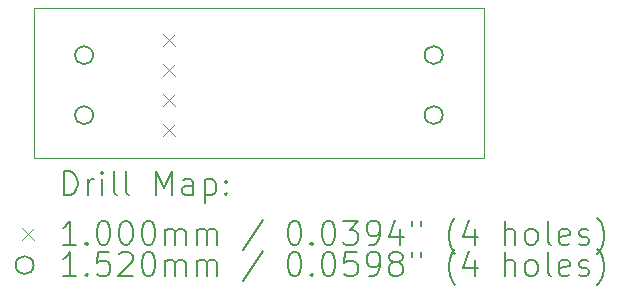
<source format=gbr>
%FSLAX45Y45*%
G04 Gerber Fmt 4.5, Leading zero omitted, Abs format (unit mm)*
G04 Created by KiCad (PCBNEW (6.0.6)) date 2022-08-23 08:07:17*
%MOMM*%
%LPD*%
G01*
G04 APERTURE LIST*
%TA.AperFunction,Profile*%
%ADD10C,0.100000*%
%TD*%
%ADD11C,0.200000*%
%ADD12C,0.100000*%
%ADD13C,0.152000*%
G04 APERTURE END LIST*
D10*
X2032000Y-2286000D02*
X5842000Y-2286000D01*
X5842000Y-2286000D02*
X5842000Y-3556000D01*
X5842000Y-3556000D02*
X2032000Y-3556000D01*
X2032000Y-3556000D02*
X2032000Y-2286000D01*
D11*
D12*
X3120336Y-2505820D02*
X3220336Y-2605820D01*
X3220336Y-2505820D02*
X3120336Y-2605820D01*
X3120336Y-2759820D02*
X3220336Y-2859820D01*
X3220336Y-2759820D02*
X3120336Y-2859820D01*
X3120336Y-3013820D02*
X3220336Y-3113820D01*
X3220336Y-3013820D02*
X3120336Y-3113820D01*
X3120336Y-3267820D02*
X3220336Y-3367820D01*
X3220336Y-3267820D02*
X3120336Y-3367820D01*
D13*
X2530183Y-2687074D02*
G75*
G03*
X2530183Y-2687074I-76000J0D01*
G01*
X2530183Y-3195074D02*
G75*
G03*
X2530183Y-3195074I-76000J0D01*
G01*
X5490562Y-2686140D02*
G75*
G03*
X5490562Y-2686140I-76000J0D01*
G01*
X5490562Y-3194140D02*
G75*
G03*
X5490562Y-3194140I-76000J0D01*
G01*
D11*
X2284619Y-3871476D02*
X2284619Y-3671476D01*
X2332238Y-3671476D01*
X2360810Y-3681000D01*
X2379857Y-3700048D01*
X2389381Y-3719095D01*
X2398905Y-3757190D01*
X2398905Y-3785762D01*
X2389381Y-3823857D01*
X2379857Y-3842905D01*
X2360810Y-3861952D01*
X2332238Y-3871476D01*
X2284619Y-3871476D01*
X2484619Y-3871476D02*
X2484619Y-3738143D01*
X2484619Y-3776238D02*
X2494143Y-3757190D01*
X2503667Y-3747667D01*
X2522714Y-3738143D01*
X2541762Y-3738143D01*
X2608429Y-3871476D02*
X2608429Y-3738143D01*
X2608429Y-3671476D02*
X2598905Y-3681000D01*
X2608429Y-3690524D01*
X2617952Y-3681000D01*
X2608429Y-3671476D01*
X2608429Y-3690524D01*
X2732238Y-3871476D02*
X2713190Y-3861952D01*
X2703667Y-3842905D01*
X2703667Y-3671476D01*
X2837000Y-3871476D02*
X2817952Y-3861952D01*
X2808428Y-3842905D01*
X2808428Y-3671476D01*
X3065571Y-3871476D02*
X3065571Y-3671476D01*
X3132238Y-3814333D01*
X3198905Y-3671476D01*
X3198905Y-3871476D01*
X3379857Y-3871476D02*
X3379857Y-3766714D01*
X3370333Y-3747667D01*
X3351286Y-3738143D01*
X3313190Y-3738143D01*
X3294143Y-3747667D01*
X3379857Y-3861952D02*
X3360809Y-3871476D01*
X3313190Y-3871476D01*
X3294143Y-3861952D01*
X3284619Y-3842905D01*
X3284619Y-3823857D01*
X3294143Y-3804809D01*
X3313190Y-3795286D01*
X3360809Y-3795286D01*
X3379857Y-3785762D01*
X3475095Y-3738143D02*
X3475095Y-3938143D01*
X3475095Y-3747667D02*
X3494143Y-3738143D01*
X3532238Y-3738143D01*
X3551286Y-3747667D01*
X3560809Y-3757190D01*
X3570333Y-3776238D01*
X3570333Y-3833381D01*
X3560809Y-3852428D01*
X3551286Y-3861952D01*
X3532238Y-3871476D01*
X3494143Y-3871476D01*
X3475095Y-3861952D01*
X3656048Y-3852428D02*
X3665571Y-3861952D01*
X3656048Y-3871476D01*
X3646524Y-3861952D01*
X3656048Y-3852428D01*
X3656048Y-3871476D01*
X3656048Y-3747667D02*
X3665571Y-3757190D01*
X3656048Y-3766714D01*
X3646524Y-3757190D01*
X3656048Y-3747667D01*
X3656048Y-3766714D01*
D12*
X1927000Y-4151000D02*
X2027000Y-4251000D01*
X2027000Y-4151000D02*
X1927000Y-4251000D01*
D11*
X2389381Y-4291476D02*
X2275095Y-4291476D01*
X2332238Y-4291476D02*
X2332238Y-4091476D01*
X2313190Y-4120048D01*
X2294143Y-4139095D01*
X2275095Y-4148619D01*
X2475095Y-4272429D02*
X2484619Y-4281952D01*
X2475095Y-4291476D01*
X2465571Y-4281952D01*
X2475095Y-4272429D01*
X2475095Y-4291476D01*
X2608429Y-4091476D02*
X2627476Y-4091476D01*
X2646524Y-4101000D01*
X2656048Y-4110524D01*
X2665571Y-4129571D01*
X2675095Y-4167667D01*
X2675095Y-4215286D01*
X2665571Y-4253381D01*
X2656048Y-4272429D01*
X2646524Y-4281952D01*
X2627476Y-4291476D01*
X2608429Y-4291476D01*
X2589381Y-4281952D01*
X2579857Y-4272429D01*
X2570333Y-4253381D01*
X2560810Y-4215286D01*
X2560810Y-4167667D01*
X2570333Y-4129571D01*
X2579857Y-4110524D01*
X2589381Y-4101000D01*
X2608429Y-4091476D01*
X2798905Y-4091476D02*
X2817952Y-4091476D01*
X2837000Y-4101000D01*
X2846524Y-4110524D01*
X2856048Y-4129571D01*
X2865571Y-4167667D01*
X2865571Y-4215286D01*
X2856048Y-4253381D01*
X2846524Y-4272429D01*
X2837000Y-4281952D01*
X2817952Y-4291476D01*
X2798905Y-4291476D01*
X2779857Y-4281952D01*
X2770333Y-4272429D01*
X2760810Y-4253381D01*
X2751286Y-4215286D01*
X2751286Y-4167667D01*
X2760810Y-4129571D01*
X2770333Y-4110524D01*
X2779857Y-4101000D01*
X2798905Y-4091476D01*
X2989381Y-4091476D02*
X3008428Y-4091476D01*
X3027476Y-4101000D01*
X3037000Y-4110524D01*
X3046524Y-4129571D01*
X3056048Y-4167667D01*
X3056048Y-4215286D01*
X3046524Y-4253381D01*
X3037000Y-4272429D01*
X3027476Y-4281952D01*
X3008428Y-4291476D01*
X2989381Y-4291476D01*
X2970333Y-4281952D01*
X2960809Y-4272429D01*
X2951286Y-4253381D01*
X2941762Y-4215286D01*
X2941762Y-4167667D01*
X2951286Y-4129571D01*
X2960809Y-4110524D01*
X2970333Y-4101000D01*
X2989381Y-4091476D01*
X3141762Y-4291476D02*
X3141762Y-4158143D01*
X3141762Y-4177190D02*
X3151286Y-4167667D01*
X3170333Y-4158143D01*
X3198905Y-4158143D01*
X3217952Y-4167667D01*
X3227476Y-4186714D01*
X3227476Y-4291476D01*
X3227476Y-4186714D02*
X3237000Y-4167667D01*
X3256048Y-4158143D01*
X3284619Y-4158143D01*
X3303667Y-4167667D01*
X3313190Y-4186714D01*
X3313190Y-4291476D01*
X3408428Y-4291476D02*
X3408428Y-4158143D01*
X3408428Y-4177190D02*
X3417952Y-4167667D01*
X3437000Y-4158143D01*
X3465571Y-4158143D01*
X3484619Y-4167667D01*
X3494143Y-4186714D01*
X3494143Y-4291476D01*
X3494143Y-4186714D02*
X3503667Y-4167667D01*
X3522714Y-4158143D01*
X3551286Y-4158143D01*
X3570333Y-4167667D01*
X3579857Y-4186714D01*
X3579857Y-4291476D01*
X3970333Y-4081952D02*
X3798905Y-4339095D01*
X4227476Y-4091476D02*
X4246524Y-4091476D01*
X4265571Y-4101000D01*
X4275095Y-4110524D01*
X4284619Y-4129571D01*
X4294143Y-4167667D01*
X4294143Y-4215286D01*
X4284619Y-4253381D01*
X4275095Y-4272429D01*
X4265571Y-4281952D01*
X4246524Y-4291476D01*
X4227476Y-4291476D01*
X4208429Y-4281952D01*
X4198905Y-4272429D01*
X4189381Y-4253381D01*
X4179857Y-4215286D01*
X4179857Y-4167667D01*
X4189381Y-4129571D01*
X4198905Y-4110524D01*
X4208429Y-4101000D01*
X4227476Y-4091476D01*
X4379857Y-4272429D02*
X4389381Y-4281952D01*
X4379857Y-4291476D01*
X4370333Y-4281952D01*
X4379857Y-4272429D01*
X4379857Y-4291476D01*
X4513190Y-4091476D02*
X4532238Y-4091476D01*
X4551286Y-4101000D01*
X4560810Y-4110524D01*
X4570333Y-4129571D01*
X4579857Y-4167667D01*
X4579857Y-4215286D01*
X4570333Y-4253381D01*
X4560810Y-4272429D01*
X4551286Y-4281952D01*
X4532238Y-4291476D01*
X4513190Y-4291476D01*
X4494143Y-4281952D01*
X4484619Y-4272429D01*
X4475095Y-4253381D01*
X4465571Y-4215286D01*
X4465571Y-4167667D01*
X4475095Y-4129571D01*
X4484619Y-4110524D01*
X4494143Y-4101000D01*
X4513190Y-4091476D01*
X4646524Y-4091476D02*
X4770333Y-4091476D01*
X4703667Y-4167667D01*
X4732238Y-4167667D01*
X4751286Y-4177190D01*
X4760810Y-4186714D01*
X4770333Y-4205762D01*
X4770333Y-4253381D01*
X4760810Y-4272429D01*
X4751286Y-4281952D01*
X4732238Y-4291476D01*
X4675095Y-4291476D01*
X4656048Y-4281952D01*
X4646524Y-4272429D01*
X4865571Y-4291476D02*
X4903667Y-4291476D01*
X4922714Y-4281952D01*
X4932238Y-4272429D01*
X4951286Y-4243857D01*
X4960810Y-4205762D01*
X4960810Y-4129571D01*
X4951286Y-4110524D01*
X4941762Y-4101000D01*
X4922714Y-4091476D01*
X4884619Y-4091476D01*
X4865571Y-4101000D01*
X4856048Y-4110524D01*
X4846524Y-4129571D01*
X4846524Y-4177190D01*
X4856048Y-4196238D01*
X4865571Y-4205762D01*
X4884619Y-4215286D01*
X4922714Y-4215286D01*
X4941762Y-4205762D01*
X4951286Y-4196238D01*
X4960810Y-4177190D01*
X5132238Y-4158143D02*
X5132238Y-4291476D01*
X5084619Y-4081952D02*
X5037000Y-4224810D01*
X5160810Y-4224810D01*
X5227476Y-4091476D02*
X5227476Y-4129571D01*
X5303667Y-4091476D02*
X5303667Y-4129571D01*
X5598905Y-4367667D02*
X5589381Y-4358143D01*
X5570333Y-4329571D01*
X5560810Y-4310524D01*
X5551286Y-4281952D01*
X5541762Y-4234333D01*
X5541762Y-4196238D01*
X5551286Y-4148619D01*
X5560810Y-4120048D01*
X5570333Y-4101000D01*
X5589381Y-4072428D01*
X5598905Y-4062905D01*
X5760809Y-4158143D02*
X5760809Y-4291476D01*
X5713190Y-4081952D02*
X5665571Y-4224810D01*
X5789381Y-4224810D01*
X6017952Y-4291476D02*
X6017952Y-4091476D01*
X6103667Y-4291476D02*
X6103667Y-4186714D01*
X6094143Y-4167667D01*
X6075095Y-4158143D01*
X6046524Y-4158143D01*
X6027476Y-4167667D01*
X6017952Y-4177190D01*
X6227476Y-4291476D02*
X6208428Y-4281952D01*
X6198905Y-4272429D01*
X6189381Y-4253381D01*
X6189381Y-4196238D01*
X6198905Y-4177190D01*
X6208428Y-4167667D01*
X6227476Y-4158143D01*
X6256048Y-4158143D01*
X6275095Y-4167667D01*
X6284619Y-4177190D01*
X6294143Y-4196238D01*
X6294143Y-4253381D01*
X6284619Y-4272429D01*
X6275095Y-4281952D01*
X6256048Y-4291476D01*
X6227476Y-4291476D01*
X6408428Y-4291476D02*
X6389381Y-4281952D01*
X6379857Y-4262905D01*
X6379857Y-4091476D01*
X6560809Y-4281952D02*
X6541762Y-4291476D01*
X6503667Y-4291476D01*
X6484619Y-4281952D01*
X6475095Y-4262905D01*
X6475095Y-4186714D01*
X6484619Y-4167667D01*
X6503667Y-4158143D01*
X6541762Y-4158143D01*
X6560809Y-4167667D01*
X6570333Y-4186714D01*
X6570333Y-4205762D01*
X6475095Y-4224810D01*
X6646524Y-4281952D02*
X6665571Y-4291476D01*
X6703667Y-4291476D01*
X6722714Y-4281952D01*
X6732238Y-4262905D01*
X6732238Y-4253381D01*
X6722714Y-4234333D01*
X6703667Y-4224810D01*
X6675095Y-4224810D01*
X6656048Y-4215286D01*
X6646524Y-4196238D01*
X6646524Y-4186714D01*
X6656048Y-4167667D01*
X6675095Y-4158143D01*
X6703667Y-4158143D01*
X6722714Y-4167667D01*
X6798905Y-4367667D02*
X6808428Y-4358143D01*
X6827476Y-4329571D01*
X6837000Y-4310524D01*
X6846524Y-4281952D01*
X6856048Y-4234333D01*
X6856048Y-4196238D01*
X6846524Y-4148619D01*
X6837000Y-4120048D01*
X6827476Y-4101000D01*
X6808428Y-4072428D01*
X6798905Y-4062905D01*
D13*
X2027000Y-4465000D02*
G75*
G03*
X2027000Y-4465000I-76000J0D01*
G01*
D11*
X2389381Y-4555476D02*
X2275095Y-4555476D01*
X2332238Y-4555476D02*
X2332238Y-4355476D01*
X2313190Y-4384048D01*
X2294143Y-4403095D01*
X2275095Y-4412619D01*
X2475095Y-4536429D02*
X2484619Y-4545952D01*
X2475095Y-4555476D01*
X2465571Y-4545952D01*
X2475095Y-4536429D01*
X2475095Y-4555476D01*
X2665571Y-4355476D02*
X2570333Y-4355476D01*
X2560810Y-4450714D01*
X2570333Y-4441190D01*
X2589381Y-4431667D01*
X2637000Y-4431667D01*
X2656048Y-4441190D01*
X2665571Y-4450714D01*
X2675095Y-4469762D01*
X2675095Y-4517381D01*
X2665571Y-4536429D01*
X2656048Y-4545952D01*
X2637000Y-4555476D01*
X2589381Y-4555476D01*
X2570333Y-4545952D01*
X2560810Y-4536429D01*
X2751286Y-4374524D02*
X2760810Y-4365000D01*
X2779857Y-4355476D01*
X2827476Y-4355476D01*
X2846524Y-4365000D01*
X2856048Y-4374524D01*
X2865571Y-4393571D01*
X2865571Y-4412619D01*
X2856048Y-4441190D01*
X2741762Y-4555476D01*
X2865571Y-4555476D01*
X2989381Y-4355476D02*
X3008428Y-4355476D01*
X3027476Y-4365000D01*
X3037000Y-4374524D01*
X3046524Y-4393571D01*
X3056048Y-4431667D01*
X3056048Y-4479286D01*
X3046524Y-4517381D01*
X3037000Y-4536429D01*
X3027476Y-4545952D01*
X3008428Y-4555476D01*
X2989381Y-4555476D01*
X2970333Y-4545952D01*
X2960809Y-4536429D01*
X2951286Y-4517381D01*
X2941762Y-4479286D01*
X2941762Y-4431667D01*
X2951286Y-4393571D01*
X2960809Y-4374524D01*
X2970333Y-4365000D01*
X2989381Y-4355476D01*
X3141762Y-4555476D02*
X3141762Y-4422143D01*
X3141762Y-4441190D02*
X3151286Y-4431667D01*
X3170333Y-4422143D01*
X3198905Y-4422143D01*
X3217952Y-4431667D01*
X3227476Y-4450714D01*
X3227476Y-4555476D01*
X3227476Y-4450714D02*
X3237000Y-4431667D01*
X3256048Y-4422143D01*
X3284619Y-4422143D01*
X3303667Y-4431667D01*
X3313190Y-4450714D01*
X3313190Y-4555476D01*
X3408428Y-4555476D02*
X3408428Y-4422143D01*
X3408428Y-4441190D02*
X3417952Y-4431667D01*
X3437000Y-4422143D01*
X3465571Y-4422143D01*
X3484619Y-4431667D01*
X3494143Y-4450714D01*
X3494143Y-4555476D01*
X3494143Y-4450714D02*
X3503667Y-4431667D01*
X3522714Y-4422143D01*
X3551286Y-4422143D01*
X3570333Y-4431667D01*
X3579857Y-4450714D01*
X3579857Y-4555476D01*
X3970333Y-4345952D02*
X3798905Y-4603095D01*
X4227476Y-4355476D02*
X4246524Y-4355476D01*
X4265571Y-4365000D01*
X4275095Y-4374524D01*
X4284619Y-4393571D01*
X4294143Y-4431667D01*
X4294143Y-4479286D01*
X4284619Y-4517381D01*
X4275095Y-4536429D01*
X4265571Y-4545952D01*
X4246524Y-4555476D01*
X4227476Y-4555476D01*
X4208429Y-4545952D01*
X4198905Y-4536429D01*
X4189381Y-4517381D01*
X4179857Y-4479286D01*
X4179857Y-4431667D01*
X4189381Y-4393571D01*
X4198905Y-4374524D01*
X4208429Y-4365000D01*
X4227476Y-4355476D01*
X4379857Y-4536429D02*
X4389381Y-4545952D01*
X4379857Y-4555476D01*
X4370333Y-4545952D01*
X4379857Y-4536429D01*
X4379857Y-4555476D01*
X4513190Y-4355476D02*
X4532238Y-4355476D01*
X4551286Y-4365000D01*
X4560810Y-4374524D01*
X4570333Y-4393571D01*
X4579857Y-4431667D01*
X4579857Y-4479286D01*
X4570333Y-4517381D01*
X4560810Y-4536429D01*
X4551286Y-4545952D01*
X4532238Y-4555476D01*
X4513190Y-4555476D01*
X4494143Y-4545952D01*
X4484619Y-4536429D01*
X4475095Y-4517381D01*
X4465571Y-4479286D01*
X4465571Y-4431667D01*
X4475095Y-4393571D01*
X4484619Y-4374524D01*
X4494143Y-4365000D01*
X4513190Y-4355476D01*
X4760810Y-4355476D02*
X4665571Y-4355476D01*
X4656048Y-4450714D01*
X4665571Y-4441190D01*
X4684619Y-4431667D01*
X4732238Y-4431667D01*
X4751286Y-4441190D01*
X4760810Y-4450714D01*
X4770333Y-4469762D01*
X4770333Y-4517381D01*
X4760810Y-4536429D01*
X4751286Y-4545952D01*
X4732238Y-4555476D01*
X4684619Y-4555476D01*
X4665571Y-4545952D01*
X4656048Y-4536429D01*
X4865571Y-4555476D02*
X4903667Y-4555476D01*
X4922714Y-4545952D01*
X4932238Y-4536429D01*
X4951286Y-4507857D01*
X4960810Y-4469762D01*
X4960810Y-4393571D01*
X4951286Y-4374524D01*
X4941762Y-4365000D01*
X4922714Y-4355476D01*
X4884619Y-4355476D01*
X4865571Y-4365000D01*
X4856048Y-4374524D01*
X4846524Y-4393571D01*
X4846524Y-4441190D01*
X4856048Y-4460238D01*
X4865571Y-4469762D01*
X4884619Y-4479286D01*
X4922714Y-4479286D01*
X4941762Y-4469762D01*
X4951286Y-4460238D01*
X4960810Y-4441190D01*
X5075095Y-4441190D02*
X5056048Y-4431667D01*
X5046524Y-4422143D01*
X5037000Y-4403095D01*
X5037000Y-4393571D01*
X5046524Y-4374524D01*
X5056048Y-4365000D01*
X5075095Y-4355476D01*
X5113190Y-4355476D01*
X5132238Y-4365000D01*
X5141762Y-4374524D01*
X5151286Y-4393571D01*
X5151286Y-4403095D01*
X5141762Y-4422143D01*
X5132238Y-4431667D01*
X5113190Y-4441190D01*
X5075095Y-4441190D01*
X5056048Y-4450714D01*
X5046524Y-4460238D01*
X5037000Y-4479286D01*
X5037000Y-4517381D01*
X5046524Y-4536429D01*
X5056048Y-4545952D01*
X5075095Y-4555476D01*
X5113190Y-4555476D01*
X5132238Y-4545952D01*
X5141762Y-4536429D01*
X5151286Y-4517381D01*
X5151286Y-4479286D01*
X5141762Y-4460238D01*
X5132238Y-4450714D01*
X5113190Y-4441190D01*
X5227476Y-4355476D02*
X5227476Y-4393571D01*
X5303667Y-4355476D02*
X5303667Y-4393571D01*
X5598905Y-4631667D02*
X5589381Y-4622143D01*
X5570333Y-4593571D01*
X5560810Y-4574524D01*
X5551286Y-4545952D01*
X5541762Y-4498333D01*
X5541762Y-4460238D01*
X5551286Y-4412619D01*
X5560810Y-4384048D01*
X5570333Y-4365000D01*
X5589381Y-4336429D01*
X5598905Y-4326905D01*
X5760809Y-4422143D02*
X5760809Y-4555476D01*
X5713190Y-4345952D02*
X5665571Y-4488810D01*
X5789381Y-4488810D01*
X6017952Y-4555476D02*
X6017952Y-4355476D01*
X6103667Y-4555476D02*
X6103667Y-4450714D01*
X6094143Y-4431667D01*
X6075095Y-4422143D01*
X6046524Y-4422143D01*
X6027476Y-4431667D01*
X6017952Y-4441190D01*
X6227476Y-4555476D02*
X6208428Y-4545952D01*
X6198905Y-4536429D01*
X6189381Y-4517381D01*
X6189381Y-4460238D01*
X6198905Y-4441190D01*
X6208428Y-4431667D01*
X6227476Y-4422143D01*
X6256048Y-4422143D01*
X6275095Y-4431667D01*
X6284619Y-4441190D01*
X6294143Y-4460238D01*
X6294143Y-4517381D01*
X6284619Y-4536429D01*
X6275095Y-4545952D01*
X6256048Y-4555476D01*
X6227476Y-4555476D01*
X6408428Y-4555476D02*
X6389381Y-4545952D01*
X6379857Y-4526905D01*
X6379857Y-4355476D01*
X6560809Y-4545952D02*
X6541762Y-4555476D01*
X6503667Y-4555476D01*
X6484619Y-4545952D01*
X6475095Y-4526905D01*
X6475095Y-4450714D01*
X6484619Y-4431667D01*
X6503667Y-4422143D01*
X6541762Y-4422143D01*
X6560809Y-4431667D01*
X6570333Y-4450714D01*
X6570333Y-4469762D01*
X6475095Y-4488810D01*
X6646524Y-4545952D02*
X6665571Y-4555476D01*
X6703667Y-4555476D01*
X6722714Y-4545952D01*
X6732238Y-4526905D01*
X6732238Y-4517381D01*
X6722714Y-4498333D01*
X6703667Y-4488810D01*
X6675095Y-4488810D01*
X6656048Y-4479286D01*
X6646524Y-4460238D01*
X6646524Y-4450714D01*
X6656048Y-4431667D01*
X6675095Y-4422143D01*
X6703667Y-4422143D01*
X6722714Y-4431667D01*
X6798905Y-4631667D02*
X6808428Y-4622143D01*
X6827476Y-4593571D01*
X6837000Y-4574524D01*
X6846524Y-4545952D01*
X6856048Y-4498333D01*
X6856048Y-4460238D01*
X6846524Y-4412619D01*
X6837000Y-4384048D01*
X6827476Y-4365000D01*
X6808428Y-4336429D01*
X6798905Y-4326905D01*
M02*

</source>
